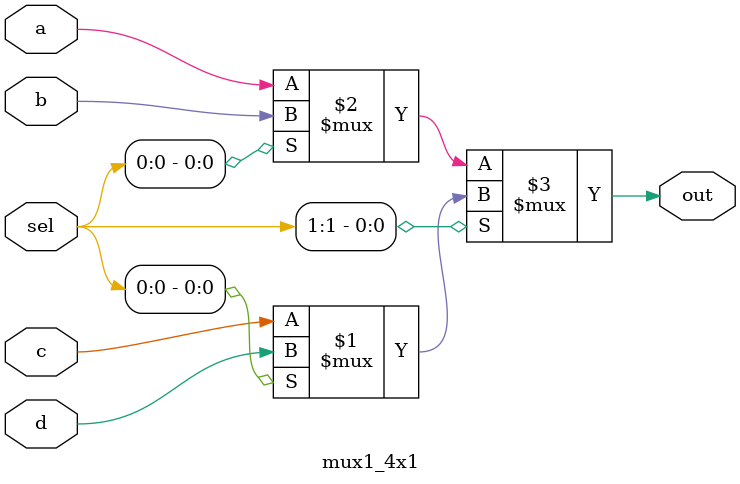
<source format=v>
module mux1_4x1 (a, b, c, d, sel, out);
	input wire a;
	input wire b;
	input wire c;
	input wire d;
	input wire [1:0]sel;
	output wire out;
	
	assign out = (sel[1]) ? ((sel[0]) ? d : c) : ((sel[0]) ? b : a);
endmodule

</source>
